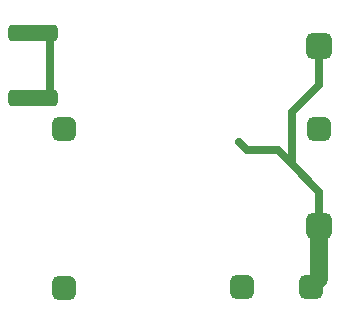
<source format=gbl>
G04 Layer_Physical_Order=2*
G04 Layer_Color=16711680*
%FSLAX44Y44*%
%MOMM*%
G71*
G01*
G75*
G04:AMPARAMS|DCode=11|XSize=4.2mm|YSize=1.4mm|CornerRadius=0.35mm|HoleSize=0mm|Usage=FLASHONLY|Rotation=0.000|XOffset=0mm|YOffset=0mm|HoleType=Round|Shape=RoundedRectangle|*
%AMROUNDEDRECTD11*
21,1,4.2000,0.7000,0,0,0.0*
21,1,3.5000,1.4000,0,0,0.0*
1,1,0.7000,1.7500,-0.3500*
1,1,0.7000,-1.7500,-0.3500*
1,1,0.7000,-1.7500,0.3500*
1,1,0.7000,1.7500,0.3500*
%
%ADD11ROUNDEDRECTD11*%
%ADD16C,0.7000*%
%ADD17C,1.5000*%
G04:AMPARAMS|DCode=20|XSize=2mm|YSize=2mm|CornerRadius=0.5mm|HoleSize=0mm|Usage=FLASHONLY|Rotation=0.000|XOffset=0mm|YOffset=0mm|HoleType=Round|Shape=RoundedRectangle|*
%AMROUNDEDRECTD20*
21,1,2.0000,1.0000,0,0,0.0*
21,1,1.0000,2.0000,0,0,0.0*
1,1,1.0000,0.5000,-0.5000*
1,1,1.0000,-0.5000,-0.5000*
1,1,1.0000,-0.5000,0.5000*
1,1,1.0000,0.5000,0.5000*
%
%ADD20ROUNDEDRECTD20*%
G04:AMPARAMS|DCode=21|XSize=2mm|YSize=2mm|CornerRadius=0.5mm|HoleSize=0mm|Usage=FLASHONLY|Rotation=270.000|XOffset=0mm|YOffset=0mm|HoleType=Round|Shape=RoundedRectangle|*
%AMROUNDEDRECTD21*
21,1,2.0000,1.0000,0,0,270.0*
21,1,1.0000,2.0000,0,0,270.0*
1,1,1.0000,-0.5000,-0.5000*
1,1,1.0000,-0.5000,0.5000*
1,1,1.0000,0.5000,0.5000*
1,1,1.0000,0.5000,-0.5000*
%
%ADD21ROUNDEDRECTD21*%
G04:AMPARAMS|DCode=22|XSize=2.2mm|YSize=2.2mm|CornerRadius=0.55mm|HoleSize=0mm|Usage=FLASHONLY|Rotation=270.000|XOffset=0mm|YOffset=0mm|HoleType=Round|Shape=RoundedRectangle|*
%AMROUNDEDRECTD22*
21,1,2.2000,1.1000,0,0,270.0*
21,1,1.1000,2.2000,0,0,270.0*
1,1,1.1000,-0.5500,-0.5500*
1,1,1.1000,-0.5500,0.5500*
1,1,1.1000,0.5500,0.5500*
1,1,1.1000,0.5500,-0.5500*
%
%ADD22ROUNDEDRECTD22*%
G04:AMPARAMS|DCode=23|XSize=2.2mm|YSize=2.2mm|CornerRadius=0.55mm|HoleSize=0mm|Usage=FLASHONLY|Rotation=0.000|XOffset=0mm|YOffset=0mm|HoleType=Round|Shape=RoundedRectangle|*
%AMROUNDEDRECTD23*
21,1,2.2000,1.1000,0,0,0.0*
21,1,1.1000,2.2000,0,0,0.0*
1,1,1.1000,0.5500,-0.5500*
1,1,1.1000,-0.5500,-0.5500*
1,1,1.1000,-0.5500,0.5500*
1,1,1.1000,0.5500,0.5500*
%
%ADD23ROUNDEDRECTD23*%
%ADD24C,0.4000*%
D11*
X25000Y212500D02*
D03*
Y267500D02*
D03*
D16*
X39000Y212500D02*
Y268000D01*
X244000Y156000D02*
X267000Y133000D01*
X232000Y168000D02*
X244000Y156000D01*
Y199990D01*
X267000Y104000D02*
Y133000D01*
Y222990D02*
Y256500D01*
X244000Y199990D02*
X267000Y222990D01*
X206000Y168000D02*
X232000D01*
X199000Y175000D02*
X206000Y168000D01*
D17*
X267000Y59000D02*
Y104000D01*
X260000Y52000D02*
X267000Y59000D01*
D20*
Y185990D02*
D03*
X260000Y52000D02*
D03*
X51000Y186000D02*
D03*
X201500Y52000D02*
D03*
D21*
X51000Y51000D02*
D03*
D22*
X267000Y256500D02*
D03*
D23*
Y104000D02*
D03*
D24*
X39000Y212500D02*
D03*
Y268000D02*
D03*
X199000Y175000D02*
D03*
M02*

</source>
